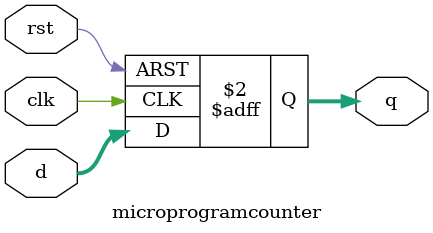
<source format=sv>
module  microprogramcounter (input logic rst, clk,
                             input logic [3:0] d,
                             output logic [3:0]q);

    always_ff@(posedge clk or posedge rst)begin 
		if(rst)
                  q <= 4'b0000;
		else
			q <= d;
	end

endmodule
</source>
